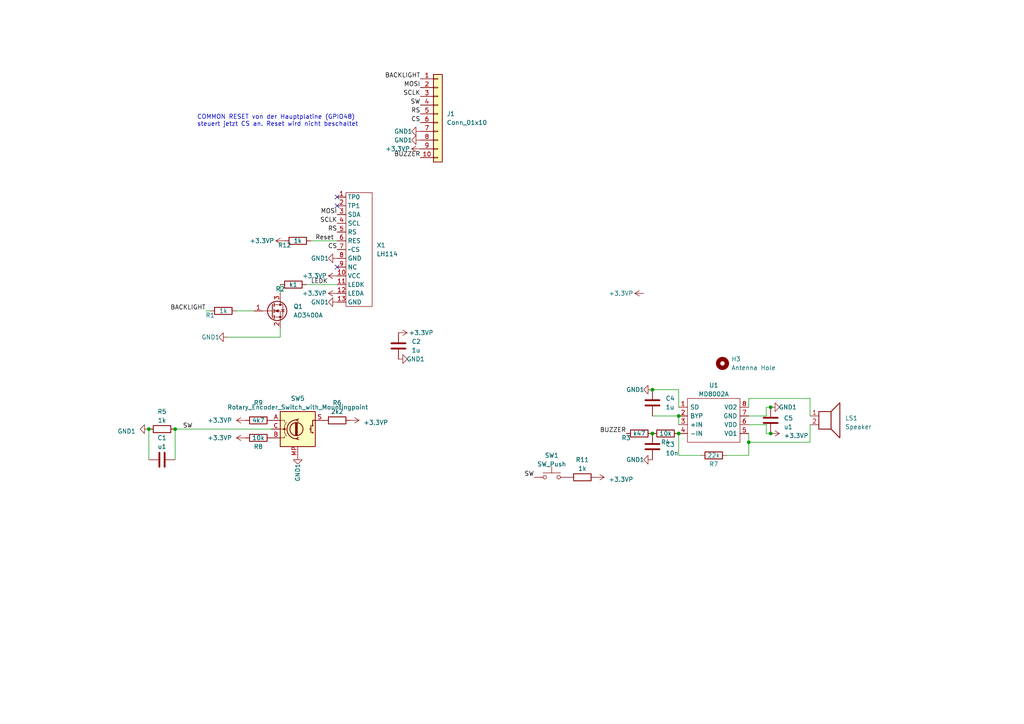
<source format=kicad_sch>
(kicad_sch (version 20230121) (generator eeschema)
  (paper "A4")
  (lib_symbols
    (symbol "Connector_Generic:Conn_01x10" (pin_names (offset 1.016) hide)
      (property "Reference" "J" (at 0 12.7 0))
      (property "Value" "Conn_01x10" (at 0 -15.24 0))
      (symbol "Conn_01x10_1_1"
        (rectangle (start -1.27 -12.573) (end 0 -12.827) (stroke (width 0.1524)))
        (rectangle (start -1.27 -10.033) (end 0 -10.287) (stroke (width 0.1524)))
        (rectangle (start -1.27 -7.493) (end 0 -7.747) (stroke (width 0.1524)))
        (rectangle (start -1.27 -4.953) (end 0 -5.207) (stroke (width 0.1524)))
        (rectangle (start -1.27 -2.413) (end 0 -2.667) (stroke (width 0.1524)))
        (rectangle (start -1.27 0.127) (end 0 -0.127) (stroke (width 0.1524)))
        (rectangle (start -1.27 2.667) (end 0 2.413) (stroke (width 0.1524)))
        (rectangle (start -1.27 5.207) (end 0 4.953) (stroke (width 0.1524)))
        (rectangle (start -1.27 7.747) (end 0 7.493) (stroke (width 0.1524)))
        (rectangle (start -1.27 10.287) (end 0 10.033) (stroke (width 0.1524)))
        (rectangle (start -1.27 11.43) (end 1.27 -13.97) (stroke (width 0.254)) (fill (type background)))
        (pin passive line (at -5.08 10.16 0) (length 3.81) (name "Pin_1") (number "1"))
        (pin passive line (at -5.08 -12.7 0) (length 3.81) (name "Pin_10") (number "10"))
        (pin passive line (at -5.08 7.62 0) (length 3.81) (name "Pin_2") (number "2"))
        (pin passive line (at -5.08 5.08 0) (length 3.81) (name "Pin_3") (number "3"))
        (pin passive line (at -5.08 2.54 0) (length 3.81) (name "Pin_4") (number "4"))
        (pin passive line (at -5.08 0 0) (length 3.81) (name "Pin_5") (number "5"))
        (pin passive line (at -5.08 -2.54 0) (length 3.81) (name "Pin_6") (number "6"))
        (pin passive line (at -5.08 -5.08 0) (length 3.81) (name "Pin_7") (number "7"))
        (pin passive line (at -5.08 -7.62 0) (length 3.81) (name "Pin_8") (number "8"))
        (pin passive line (at -5.08 -10.16 0) (length 3.81) (name "Pin_9") (number "9"))
      )
    )
    (symbol "Device:C" (pin_numbers hide) (pin_names (offset 0.254))
      (property "Reference" "C" (at 0.635 2.54 0))
      (property "Value" "C" (at 0.635 -2.54 0))
      (symbol "C_0_1"
        (polyline (pts (xy -2.032 -0.762) (xy 2.032 -0.762)) (stroke (width 0.508)))
        (polyline (pts (xy -2.032 0.762) (xy 2.032 0.762)) (stroke (width 0.508)))
      )
      (symbol "C_1_1"
        (pin passive line (at 0 3.81 270) (length 2.794) (name "~") (number "1"))
        (pin passive line (at 0 -3.81 90) (length 2.794) (name "~") (number "2"))
      )
    )
    (symbol "Device:R" (pin_numbers hide) (pin_names (offset 0))
      (property "Reference" "R" (at 2.032 0 90))
      (property "Value" "R" (at 0 0 90))
      (symbol "R_0_1"
        (rectangle (start -1.016 -2.54) (end 1.016 2.54) (stroke (width 0.254)))
      )
      (symbol "R_1_1"
        (pin passive line (at 0 3.81 270) (length 1.27) (name "~") (number "1"))
        (pin passive line (at 0 -3.81 90) (length 1.27) (name "~") (number "2"))
      )
    )
    (symbol "Device:Speaker" (pin_names (offset 0) hide)
      (property "Reference" "LS" (at 1.27 5.715 0))
      (property "Value" "Speaker" (at 1.27 3.81 0))
      (symbol "Speaker_0_0"
        (rectangle (start -2.54 1.27) (end 1.016 -3.81) (stroke (width 0.254)))
        (polyline (pts (xy 1.016 1.27) (xy 3.556 3.81) (xy 3.556 -6.35) (xy 1.016 -3.81)) (stroke (width 0.254)))
      )
      (symbol "Speaker_1_1"
        (pin input line (at -5.08 0 0) (length 2.54) (name "1") (number "1"))
        (pin input line (at -5.08 -2.54 0) (length 2.54) (name "2") (number "2"))
      )
    )
    (symbol "Mechanical:MountingHole" (pin_names (offset 1.016))
      (property "Reference" "H" (at 0 5.08 0))
      (property "Value" "MountingHole" (at 0 3.175 0))
      (symbol "MountingHole_0_1"
        (circle (center 0 0) (radius 1.27) (stroke (width 1.27)))
      )
    )
    (symbol "Switch:SW_Push" (pin_numbers hide) (pin_names (offset 1.016) hide)
      (property "Reference" "SW" (at 1.27 2.54 0))
      (property "Value" "SW_Push" (at 0 -1.524 0))
      (symbol "SW_Push_0_1"
        (circle (center -2.032 0) (radius 0.508))
        (polyline (pts (xy 0 1.27) (xy 0 3.048)))
        (polyline (pts (xy 2.54 1.27) (xy -2.54 1.27)))
        (circle (center 2.032 0) (radius 0.508))
        (pin passive line (at -5.08 0 0) (length 2.54) (name "1") (number "1"))
        (pin passive line (at 5.08 0 180) (length 2.54) (name "2") (number "2"))
      )
    )
    (symbol "Transistor_FET:AO3400A" (pin_names hide)
      (property "Reference" "Q" (at 5.08 1.905 0))
      (property "Value" "AO3400A" (at 5.08 0 0))
      (symbol "AO3400A_0_1"
        (polyline (pts (xy 0.254 0) (xy -2.54 0)))
        (polyline (pts (xy 0.254 1.905) (xy 0.254 -1.905)) (stroke (width 0.254)))
        (polyline (pts (xy 0.762 -1.27) (xy 0.762 -2.286)) (stroke (width 0.254)))
        (polyline (pts (xy 0.762 0.508) (xy 0.762 -0.508)) (stroke (width 0.254)))
        (polyline (pts (xy 0.762 2.286) (xy 0.762 1.27)) (stroke (width 0.254)))
        (polyline (pts (xy 2.54 2.54) (xy 2.54 1.778)))
        (polyline (pts (xy 2.54 -2.54) (xy 2.54 0) (xy 0.762 0)))
        (polyline (pts (xy 0.762 -1.778) (xy 3.302 -1.778) (xy 3.302 1.778) (xy 0.762 1.778)))
        (polyline (pts (xy 1.016 0) (xy 2.032 0.381) (xy 2.032 -0.381) (xy 1.016 0)) (fill (type outline)))
        (polyline (pts (xy 2.794 0.508) (xy 2.921 0.381) (xy 3.683 0.381) (xy 3.81 0.254)))
        (polyline (pts (xy 3.302 0.381) (xy 2.921 -0.254) (xy 3.683 -0.254) (xy 3.302 0.381)))
        (circle (center 1.651 0) (radius 2.794) (stroke (width 0.254)))
        (circle (center 2.54 -1.778) (radius 0.254) (fill (type outline)))
        (circle (center 2.54 1.778) (radius 0.254) (fill (type outline)))
      )
      (symbol "AO3400A_1_1"
        (pin input line (at -5.08 0 0) (length 2.54) (name "G") (number "1"))
        (pin passive line (at 2.54 -5.08 90) (length 2.54) (name "S") (number "2"))
        (pin passive line (at 2.54 5.08 270) (length 2.54) (name "D") (number "3"))
      )
    )
    (symbol "liebler_OPTO:FP096H01B"
      (property "Reference" "X" (at -1.27 20.32 0))
      (property "Value" "FP096H01B" (at -1.27 17.78 0))
      (symbol "FP096H01B_0_1"
        (rectangle (start -3.81 16.51) (end 3.81 -16.51))
      )
      (symbol "FP096H01B_1_1"
        (pin input line (at -6.35 15.24 0) (length 2.54) (name "TP0") (number "1"))
        (pin power_in line (at -6.35 -7.62 0) (length 2.54) (name "VCC") (number "10"))
        (pin power_in line (at -6.35 -10.16 0) (length 2.54) (name "LEDK") (number "11"))
        (pin power_in line (at -6.35 -12.7 0) (length 2.54) (name "LEDA") (number "12"))
        (pin power_in line (at -6.35 -15.24 0) (length 2.54) (name "GND") (number "13"))
        (pin input line (at -6.35 12.7 0) (length 2.54) (name "TP1") (number "2"))
        (pin input line (at -6.35 10.16 0) (length 2.54) (name "SDA") (number "3"))
        (pin input line (at -6.35 7.62 0) (length 2.54) (name "SCL") (number "4"))
        (pin input line (at -6.35 5.08 0) (length 2.54) (name "RS") (number "5"))
        (pin input line (at -6.35 2.54 0) (length 2.54) (name "RES") (number "6"))
        (pin input line (at -6.35 0 0) (length 2.54) (name "~CS") (number "7"))
        (pin power_in line (at -6.35 -2.54 0) (length 2.54) (name "GND") (number "8"))
        (pin free line (at -6.35 -5.08 0) (length 2.54) (name "NC") (number "9"))
      )
    )
    (symbol "liebler_SEMICONDUCTORS:MD8002A" (pin_names (offset 0.762))
      (property "Reference" "IC1" (at 0 10.16 0))
      (property "Value" "MD8002A" (at 0 7.62 0))
      (symbol "MD8002A_0_0"
        (pin passive line (at -10.16 3.81 0) (length 2.54) (name "SD") (number "1"))
        (pin output line (at -10.16 1.27 0) (length 2.54) (name "BYP") (number "2"))
        (pin input line (at -10.16 -1.27 0) (length 2.54) (name "+IN") (number "3"))
        (pin input line (at -10.16 -3.81 0) (length 2.54) (name "-IN") (number "4"))
        (pin output line (at 10.16 -3.81 180) (length 2.54) (name "VO1") (number "5"))
        (pin power_in line (at 10.16 -1.27 180) (length 2.54) (name "VDD") (number "6"))
        (pin power_in line (at 10.16 1.27 180) (length 2.54) (name "GND") (number "7"))
        (pin output line (at 10.16 3.81 180) (length 2.54) (name "VO2") (number "8"))
      )
      (symbol "MD8002A_0_1"
        (polyline (pts (xy -7.62 6.35) (xy 7.62 6.35) (xy 7.62 -6.35) (xy -7.62 -6.35) (xy -7.62 6.35)) (stroke (width 0.1524)))
      )
    )
    (symbol "liebler_SWITCHES:SIQ-02FVS3" (pin_names (offset 0.254) hide)
      (property "Reference" "SW5" (at -1.27 6.35 0))
      (property "Value" "Rotary_Encoder_Switch_with_Mountingpoint" (at 0 -3.81 0))
      (symbol "SIQ-02FVS3_0_1"
        (rectangle (start -5.08 5.08) (end 5.08 -5.08) (stroke (width 0.254)) (fill (type background)))
        (circle (center -3.81 0) (radius 0.254) (fill (type outline)))
        (circle (center -0.381 0) (radius 1.905) (stroke (width 0.254)))
        (arc (start -0.381 2.667) (mid -3.0988 -0.0635) (end -0.381 -2.794) (stroke (width 0.254)))
        (polyline (pts (xy -0.635 -1.778) (xy -0.635 1.778)) (stroke (width 0.254)))
        (polyline (pts (xy -0.381 -1.778) (xy -0.381 1.778)) (stroke (width 0.254)))
        (polyline (pts (xy -0.127 1.778) (xy -0.127 -1.778)) (stroke (width 0.254)))
        (polyline (pts (xy 3.81 0) (xy 3.429 0)) (stroke (width 0.254)))
        (polyline (pts (xy 3.81 1.016) (xy 3.81 -1.016)) (stroke (width 0.254)))
        (polyline (pts (xy -5.08 -2.54) (xy -3.81 -2.54) (xy -3.81 -2.032)))
        (polyline (pts (xy -5.08 2.54) (xy -3.81 2.54) (xy -3.81 2.032)))
        (polyline (pts (xy 0.254 -3.048) (xy -0.508 -2.794) (xy 0.127 -2.413)) (stroke (width 0.254)))
        (polyline (pts (xy 0.254 2.921) (xy -0.508 2.667) (xy 0.127 2.286)) (stroke (width 0.254)))
        (polyline (pts (xy 5.08 2.54) (xy 4.318 2.54) (xy 4.318 1.016)) (stroke (width 0.254)))
        (polyline (pts (xy -5.08 0) (xy -3.81 0) (xy -3.81 -1.016) (xy -3.302 -2.032)))
        (polyline (pts (xy -4.318 0) (xy -3.81 0) (xy -3.81 1.016) (xy -3.302 2.032)))
        (circle (center 4.318 -1.016) (radius 0.127) (stroke (width 0.254)))
        (circle (center 4.318 1.016) (radius 0.127) (stroke (width 0.254)))
      )
      (symbol "SIQ-02FVS3_1_1"
        (pin passive line (at -7.62 2.54 0) (length 2.54) (name "A") (number "A"))
        (pin passive line (at -7.62 -2.54 0) (length 2.54) (name "B") (number "B"))
        (pin passive line (at -7.62 0 0) (length 2.54) (name "C") (number "C"))
        (pin passive line (at 0 -7.62 90) (length 2.54) (name "MP") (number "MP"))
        (pin passive line (at 7.62 2.54 180) (length 2.54) (name "S") (number "S"))
      )
    )
    (symbol "power:+3.3VP" (power) (pin_names (offset 0))
      (property "Value" "+3.3VP" (at 0 2.54 0))
      (symbol "+3.3VP_0_0"
        (pin power_in line (at 0 0 90) (length 0) hide (name "+3.3VP") (number "1"))
      )
      (symbol "+3.3VP_0_1"
        (polyline (pts (xy -0.762 1.27) (xy 0 2.54)))
        (polyline (pts (xy 0 0) (xy 0 2.54)))
        (polyline (pts (xy 0 2.54) (xy 0.762 1.27)))
      )
    )
    (symbol "power:GND1" (power) (pin_names (offset 0))
      (property "Value" "GND1" (at 0 -3.81 0))
      (symbol "GND1_0_1"
        (polyline (pts (xy 0 0) (xy 0 -1.27) (xy 1.27 -1.27) (xy 0 -2.54) (xy -1.27 -1.27) (xy 0 -1.27)))
      )
      (symbol "GND1_1_1"
        (pin power_in line (at 0 0 270) (length 0) hide (name "GND1") (number "1"))
      )
    )
  )
  (junction (at 196.85 120.65))
  (junction (at 50.8 124.46))
  (junction (at 217.17 128.27))
  (junction (at 223.52 118.11))
  (junction (at 196.85 125.73))
  (junction (at 43.18 124.46))
  (junction (at 189.23 113.03))
  (junction (at 223.52 125.73))
  (junction (at 189.23 125.73))
  (no_connect (at 97.79 59.69))
  (no_connect (at 97.79 57.15))
  (no_connect (at 97.79 77.47))
  (wire (pts (xy 203.2 132.08) (xy 196.85 132.08)))
  (wire (pts (xy 217.17 115.57) (xy 234.95 115.57)))
  (wire (pts (xy 234.95 128.27) (xy 234.95 123.19)))
  (wire (pts (xy 217.17 118.11) (xy 217.17 115.57)))
  (wire (pts (xy 196.85 113.03) (xy 189.23 113.03)))
  (wire (pts (xy 222.25 123.19) (xy 222.25 125.73)))
  (wire (pts (xy 210.82 132.08) (xy 217.17 132.08)))
  (wire (pts (xy 222.25 120.65) (xy 222.25 118.11)))
  (wire (pts (xy 189.23 120.65) (xy 196.85 120.65)))
  (wire (pts (xy 90.17 69.85) (xy 97.79 69.85)))
  (wire (pts (xy 196.85 118.11) (xy 196.85 113.03)))
  (wire (pts (xy 196.85 132.08) (xy 196.85 125.73)))
  (wire (pts (xy 217.17 120.65) (xy 222.25 120.65)))
  (wire (pts (xy 217.17 128.27) (xy 234.95 128.27)))
  (wire (pts (xy 59.69 90.17) (xy 60.96 90.17)))
  (wire (pts (xy 234.95 115.57) (xy 234.95 120.65)))
  (wire (pts (xy 217.17 125.73) (xy 217.17 128.27)))
  (wire (pts (xy 50.8 124.46) (xy 78.74 124.46)))
  (wire (pts (xy 81.28 95.25) (xy 81.28 97.79)))
  (wire (pts (xy 217.17 132.08) (xy 217.17 128.27)))
  (wire (pts (xy 217.17 123.19) (xy 222.25 123.19)))
  (wire (pts (xy 50.8 124.46) (xy 50.8 133.35)))
  (wire (pts (xy 68.58 90.17) (xy 73.66 90.17)))
  (wire (pts (xy 43.18 124.46) (xy 43.18 133.35)))
  (wire (pts (xy 196.85 120.65) (xy 196.85 123.19)))
  (wire (pts (xy 222.25 118.11) (xy 223.52 118.11)))
  (wire (pts (xy 81.28 85.09) (xy 81.28 82.55)))
  (wire (pts (xy 66.04 97.79) (xy 81.28 97.79)))
  (wire (pts (xy 222.25 125.73) (xy 223.52 125.73)))
  (wire (pts (xy 88.9 82.55) (xy 97.79 82.55)))
  (text "COMMON RESET von der Hauptplatine (GPIO48)\nsteuert jetzt CS an. Reset wird nicht beschaltet" (at 57.15 36.83 0) (effects (font (size 1.27 1.27)) (justify left bottom)))
  (label "SCLK" (at 97.79 64.77 180))
  (label "CS" (at 121.92 35.56 180))
  (label "RS" (at 121.92 33.02 180))
  (label "SW" (at 55.88 124.46 180))
  (label "MOSI" (at 97.79 62.23 180))
  (label "SW" (at 154.94 138.43 180))
  (label "BUZZER" (at 181.61 125.73 180))
  (label "RS" (at 97.79 67.31 180))
  (label "Reset" (at 91.44 69.85 0))
  (label "MOSI" (at 121.92 25.4 180))
  (label "SCLK" (at 121.92 27.94 180))
  (label "SW" (at 121.92 30.48 180))
  (label "BACKLIGHT" (at 121.92 22.86 180))
  (label "BUZZER" (at 121.92 45.72 180))
  (label "CS" (at 97.79 72.39 180))
  (label "LEDK" (at 90.17 82.55 0))
  (label "BACKLIGHT" (at 59.69 90.17 180))
  (symbol (lib_id "Device:R") (at 46.99 124.46 90) (unit 1)
    (property "Reference" "R5" (at 46.99 119.38 90))
    (property "Value" "1k" (at 46.99 121.92 90))
    (property "Footprint" "Resistor_SMD:R_0603_1608Metric_Pad0.98x0.95mm_HandSolder" (effects hide))
  )
  (symbol (lib_id "Device:R") (at 74.93 127 90) (unit 1)
    (property "Reference" "R8" (at 74.93 129.54 90))
    (property "Value" "10k" (at 74.93 127 90))
    (property "Footprint" "Resistor_SMD:R_0603_1608Metric_Pad0.98x0.95mm_HandSolder" (effects hide))
  )
  (symbol (lib_id "power:GND1") (at 121.92 38.1 270) (unit 1)
    (property "Reference" "#PWR013" (effects hide))
    (property "Value" "GND1" (at 114.3 38.1 90) (effects (justify left)))
  )
  (symbol (lib_id "power:GND1") (at 223.52 118.11 90) (unit 1)
    (property "Reference" "#PWR017" (effects hide))
    (property "Value" "GND1" (at 231.14 118.11 90) (effects (justify left)))
  )
  (symbol (lib_id "power:GND1") (at 66.04 97.79 270) (unit 1)
    (property "Reference" "#PWR02" (effects hide))
    (property "Value" "GND1" (at 58.42 97.79 90) (effects (justify left)))
  )
  (symbol (lib_id "power:+3.3VP") (at 186.69 85.09 90) (unit 1)
    (property "Reference" "#PWR09" (effects hide))
    (property "Value" "+3.3VP" (at 176.53 85.09 90) (effects (justify right)))
  )
  (symbol (lib_id "Switch:SW_Push") (at 160.02 138.43 0) (unit 1)
    (property "Reference" "SW1" (at 160.02 132.08 0))
    (property "Value" "SW_Push" (at 160.02 134.62 0))
    (property "Footprint" "Button_Switch_SMD:SW_SPST_TL3342" (effects hide))
  )
  (symbol (lib_id "Device:C") (at 46.99 133.35 90) (unit 1)
    (property "Reference" "C1" (at 46.99 127 90))
    (property "Value" "u1" (at 46.99 129.54 90))
    (property "Footprint" "Capacitor_SMD:C_0603_1608Metric_Pad1.08x0.95mm_HandSolder" (effects hide))
  )
  (symbol (lib_id "Device:Speaker") (at 240.03 120.65 0) (unit 1)
    (property "Reference" "LS1" (at 245.11 121.285 0) (effects (justify left)))
    (property "Value" "Speaker" (at 245.11 123.825 0) (effects (justify left)))
    (property "Footprint" "liebler_MECH:Speaker_1511" (effects hide))
  )
  (symbol (lib_id "Device:R") (at 64.77 90.17 90) (unit 1)
    (property "Reference" "R1" (at 60.96 91.44 90))
    (property "Value" "1k" (at 64.77 90.17 90))
    (property "Footprint" "Resistor_SMD:R_0603_1608Metric_Pad0.98x0.95mm_HandSolder" (effects hide))
  )
  (symbol (lib_id "Device:R") (at 97.79 121.92 90) (unit 1)
    (property "Reference" "R6" (at 97.79 116.84 90))
    (property "Value" "2k2" (at 97.79 119.38 90))
    (property "Footprint" "Resistor_SMD:R_0603_1608Metric_Pad0.98x0.95mm_HandSolder" (effects hide))
  )
  (symbol (lib_id "Connector_Generic:Conn_01x10") (at 127 33.02 0) (unit 1)
    (property "Reference" "J1" (at 129.54 33.0199 0) (effects (justify left)))
    (property "Value" "Conn_01x10" (at 129.54 35.5599 0) (effects (justify left)))
    (property "Footprint" "liebler_CONN:FFC_FPC_10_P0.50mm_Horizontal" (effects hide))
  )
  (symbol (lib_id "Device:C") (at 189.23 129.54 180) (unit 1)
    (property "Reference" "C3" (at 193.04 128.905 0) (effects (justify right)))
    (property "Value" "10n" (at 193.04 131.445 0) (effects (justify right)))
    (property "Footprint" "Capacitor_SMD:C_0603_1608Metric_Pad1.08x0.95mm_HandSolder" (effects hide))
  )
  (symbol (lib_id "power:+3.3VP") (at 97.79 80.01 90) (unit 1)
    (property "Reference" "#PWR0101" (effects hide))
    (property "Value" "+3.3VP" (at 87.63 80.01 90) (effects (justify right)))
  )
  (symbol (lib_id "liebler_OPTO:FP096H01B") (at 104.14 72.39 0) (unit 1)
    (property "Reference" "X1" (at 109.22 71.1199 0) (effects (justify left)))
    (property "Value" "LH114" (at 109.22 73.6599 0) (effects (justify left)))
    (property "Footprint" "liebler_OPTO:FP-114 13pol top only" (effects hide))
  )
  (symbol (lib_id "power:+3.3VP") (at 71.12 121.92 90) (unit 1)
    (property "Reference" "#PWR012" (effects hide))
    (property "Value" "+3.3VP" (at 67.31 121.9199 90) (effects (justify left)))
  )
  (symbol (lib_id "Device:R") (at 74.93 121.92 90) (unit 1)
    (property "Reference" "R9" (at 74.93 116.84 90))
    (property "Value" "4k7" (at 74.93 121.92 90))
    (property "Footprint" "Resistor_SMD:R_0603_1608Metric_Pad0.98x0.95mm_HandSolder" (effects hide))
  )
  (symbol (lib_id "power:+3.3VP") (at 71.12 127 90) (unit 1)
    (property "Reference" "#PWR020" (effects hide))
    (property "Value" "+3.3VP" (at 67.31 126.9999 90) (effects (justify left)))
  )
  (symbol (lib_id "Device:R") (at 86.36 69.85 90) (unit 1)
    (property "Reference" "R12" (at 82.55 71.12 90))
    (property "Value" "1k" (at 86.36 69.85 90))
    (property "Footprint" "Resistor_SMD:R_0603_1608Metric_Pad0.98x0.95mm_HandSolder" (effects hide))
  )
  (symbol (lib_id "power:+3.3VP") (at 172.72 138.43 270) (unit 1)
    (property "Reference" "#PWR018" (effects hide))
    (property "Value" "+3.3VP" (at 176.53 139.065 90) (effects (justify left)))
  )
  (symbol (lib_id "power:+3.3VP") (at 97.79 85.09 90) (unit 1)
    (property "Reference" "#PWR04" (effects hide))
    (property "Value" "+3.3VP" (at 87.63 85.09 90) (effects (justify right)))
  )
  (symbol (lib_id "Device:C") (at 189.23 116.84 0) (unit 1)
    (property "Reference" "C4" (at 193.04 115.5699 0) (effects (justify left)))
    (property "Value" "1u" (at 193.04 118.1099 0) (effects (justify left)))
    (property "Footprint" "Capacitor_SMD:C_0603_1608Metric_Pad1.08x0.95mm_HandSolder" (effects hide))
  )
  (symbol (lib_id "power:+3.3VP") (at 101.6 121.92 270) (unit 1)
    (property "Reference" "#PWR021" (effects hide))
    (property "Value" "+3.3VP" (at 105.41 122.555 90) (effects (justify left)))
  )
  (symbol (lib_id "power:GND1") (at 97.79 74.93 270) (unit 1)
    (property "Reference" "#PWR03" (effects hide))
    (property "Value" "GND1" (at 90.17 74.93 90) (effects (justify left)))
  )
  (symbol (lib_id "Device:R") (at 185.42 125.73 90) (unit 1)
    (property "Reference" "R3" (at 181.61 127 90))
    (property "Value" "k47" (at 185.42 125.73 90))
    (property "Footprint" "Resistor_SMD:R_0603_1608Metric_Pad0.98x0.95mm_HandSolder" (effects hide))
  )
  (symbol (lib_id "power:GND1") (at 121.92 40.64 270) (unit 1)
    (property "Reference" "#PWR07" (effects hide))
    (property "Value" "GND1" (at 114.3 40.64 90) (effects (justify left)))
  )
  (symbol (lib_id "power:GND1") (at 43.18 124.46 270) (unit 1)
    (property "Reference" "#PWR011" (effects hide))
    (property "Value" "GND1" (at 39.37 125.095 90) (effects (justify right)))
  )
  (symbol (lib_id "liebler_SEMICONDUCTORS:MD8002A") (at 207.01 121.92 0) (unit 1)
    (property "Reference" "U1" (at 207.01 111.76 0))
    (property "Value" "MD8002A" (at 207.01 114.3 0))
    (property "Footprint" "liebler_SEMICONDUCTORS:SOIC-8_3.9x4.9mm_P1.27mm_handsolder" (effects hide))
    (property "Datasheet" "https://www.sunrom.com/get/408862" (effects hide))
    (property "Description" "Audio Amplifier, SOP8" (effects hide))
    (property "Height" "1.75" (effects hide))
    (property "Manufacturer_Name" "Sunrom" (effects hide))
    (property "Manufacturer_Part_Number" "MD8002A" (effects hide))
  )
  (symbol (lib_id "power:+3.3VP") (at 82.55 69.85 90) (unit 1)
    (property "Reference" "#PWR06" (effects hide))
    (property "Value" "+3.3VP" (at 72.39 69.85 90) (effects (justify right)))
  )
  (symbol (lib_id "liebler_SWITCHES:SIQ-02FVS3") (at 86.36 124.46 0) (unit 1)
    (property "Reference" "SW5" (at 86.36 115.57 0))
    (property "Value" "Rotary_Encoder_Switch_with_Mountingpoint" (at 86.36 118.11 0))
    (property "Footprint" "liebler_MECH:SLLB510100" (effects hide))
  )
  (symbol (lib_id "Device:R") (at 193.04 125.73 90) (unit 1)
    (property "Reference" "R4" (at 193.04 128.27 90))
    (property "Value" "10k" (at 193.04 125.73 90))
    (property "Footprint" "Resistor_SMD:R_0603_1608Metric_Pad0.98x0.95mm_HandSolder" (effects hide))
  )
  (symbol (lib_id "Device:R") (at 85.09 82.55 90) (unit 1)
    (property "Reference" "R2" (at 81.28 83.82 90))
    (property "Value" "k1" (at 85.09 82.55 90))
    (property "Footprint" "Resistor_SMD:R_0805_2012Metric_Pad1.20x1.40mm_HandSolder" (effects hide))
  )
  (symbol (lib_id "power:+3.3VP") (at 223.52 125.73 270) (unit 1)
    (property "Reference" "#PWR019" (effects hide))
    (property "Value" "+3.3VP" (at 227.33 126.365 90) (effects (justify left)))
  )
  (symbol (lib_id "power:+3.3VP") (at 115.57 96.52 270) (unit 1)
    (property "Reference" "#PWR015" (effects hide))
    (property "Value" "+3.3VP" (at 125.73 96.52 90) (effects (justify right)))
  )
  (symbol (lib_id "power:GND1") (at 97.79 87.63 270) (unit 1)
    (property "Reference" "#PWR05" (effects hide))
    (property "Value" "GND1" (at 90.17 87.63 90) (effects (justify left)))
  )
  (symbol (lib_id "Device:R") (at 207.01 132.08 90) (unit 1)
    (property "Reference" "R7" (at 207.01 134.62 90))
    (property "Value" "22k" (at 207.01 132.08 90))
    (property "Footprint" "Resistor_SMD:R_0603_1608Metric_Pad0.98x0.95mm_HandSolder" (effects hide))
  )
  (symbol (lib_id "Transistor_FET:AO3400A") (at 78.74 90.17 0) (unit 1) (in_bom no)
    (property "Reference" "Q1" (at 85.09 88.8999 0) (effects (justify left)))
    (property "Value" "AO3400A" (at 85.09 91.4399 0) (effects (justify left)))
    (property "Footprint" "liebler_SEMICONDUCTORS:SOT-23_Handsoldering" (effects hide))
    (property "Datasheet" "http://www.aosmd.com/pdfs/datasheet/AO3400A.pdf" (effects hide))
  )
  (symbol (lib_id "power:GND1") (at 86.36 132.08 0) (unit 1)
    (property "Reference" "#PWR01" (effects hide))
    (property "Value" "GND1" (at 86.36 139.7 90) (effects (justify left)))
  )
  (symbol (lib_id "power:GND1") (at 189.23 113.03 270) (unit 1)
    (property "Reference" "#PWR010" (effects hide))
    (property "Value" "GND1" (at 181.61 113.03 90) (effects (justify left)))
  )
  (symbol (lib_id "Device:C") (at 115.57 100.33 0) (unit 1)
    (property "Reference" "C2" (at 119.38 99.0599 0) (effects (justify left)))
    (property "Value" "1u" (at 119.38 101.5999 0) (effects (justify left)))
    (property "Footprint" "Capacitor_SMD:C_0603_1608Metric_Pad1.08x0.95mm_HandSolder" (effects hide))
  )
  (symbol (lib_id "power:GND1") (at 115.57 104.14 90) (unit 1)
    (property "Reference" "#PWR016" (effects hide))
    (property "Value" "GND1" (at 123.19 104.14 90) (effects (justify left)))
  )
  (symbol (lib_id "Device:C") (at 223.52 121.92 180) (unit 1)
    (property "Reference" "C5" (at 227.33 121.285 0) (effects (justify right)))
    (property "Value" "u1" (at 227.33 123.825 0) (effects (justify right)))
    (property "Footprint" "Capacitor_SMD:C_0603_1608Metric_Pad1.08x0.95mm_HandSolder" (effects hide))
  )
  (symbol (lib_id "power:+3.3VP") (at 121.92 43.18 90) (unit 1)
    (property "Reference" "#PWR08" (effects hide))
    (property "Value" "+3.3VP" (at 111.76 43.18 90) (effects (justify right)))
  )
  (symbol (lib_id "power:GND1") (at 189.23 133.35 270) (unit 1)
    (property "Reference" "#PWR014" (effects hide))
    (property "Value" "GND1" (at 181.61 133.35 90) (effects (justify left)))
  )
  (symbol (lib_id "Device:R") (at 168.91 138.43 90) (unit 1)
    (property "Reference" "R11" (at 168.91 133.35 90))
    (property "Value" "1k" (at 168.91 135.89 90))
    (property "Footprint" "Resistor_SMD:R_0603_1608Metric_Pad0.98x0.95mm_HandSolder" (effects hide))
  )
  (symbol (lib_id "Mechanical:MountingHole") (at 209.55 105.41 0) (unit 1)
    (property "Reference" "H3" (at 212.09 104.1399 0) (effects (justify left)))
    (property "Value" "Antenna Hole" (at 212.09 106.6799 0) (effects (justify left)))
    (property "Footprint" "liebler_MECH:SMA_Schraubbefestigung" (effects hide))
  )
)
</source>
